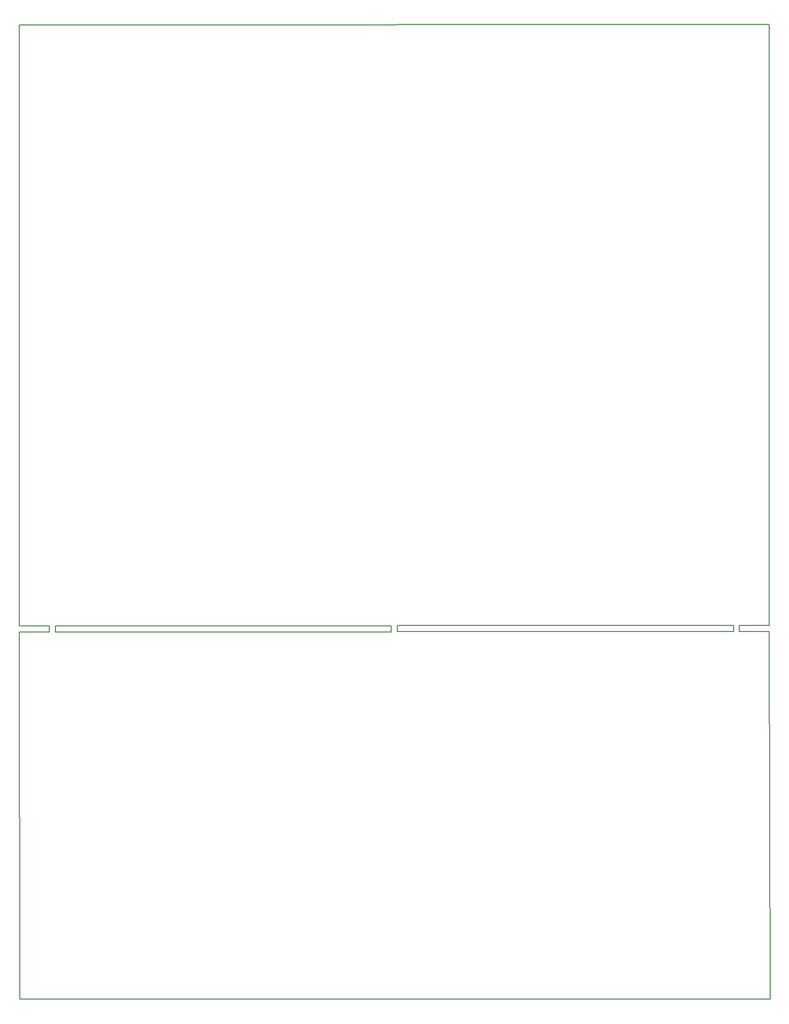
<source format=gbr>
G04 #@! TF.GenerationSoftware,KiCad,Pcbnew,5.1.7-a382d34a8~88~ubuntu20.04.1*
G04 #@! TF.CreationDate,2021-03-14T14:40:07-05:00*
G04 #@! TF.ProjectId,open-dash-daughterboard,6f70656e-2d64-4617-9368-2d6461756768,rev?*
G04 #@! TF.SameCoordinates,Original*
G04 #@! TF.FileFunction,Profile,NP*
%FSLAX46Y46*%
G04 Gerber Fmt 4.6, Leading zero omitted, Abs format (unit mm)*
G04 Created by KiCad (PCBNEW 5.1.7-a382d34a8~88~ubuntu20.04.1) date 2021-03-14 14:40:07*
%MOMM*%
%LPD*%
G01*
G04 APERTURE LIST*
G04 #@! TA.AperFunction,Profile*
%ADD10C,0.150000*%
G04 #@! TD*
G04 APERTURE END LIST*
D10*
X208160000Y-144720000D02*
X208160000Y-145720000D01*
X207160000Y-144720000D02*
X207160000Y-145720000D01*
X151160000Y-144710000D02*
X151160000Y-145710000D01*
X150150000Y-144760000D02*
X150150000Y-145760000D01*
X94150000Y-144750000D02*
X94150000Y-145750000D01*
X93150000Y-144750000D02*
X93150000Y-145750000D01*
X151160000Y-145710000D02*
X207160000Y-145720000D01*
X88150000Y-145750000D02*
X93150000Y-145750000D01*
X150150000Y-145760000D02*
X94150000Y-145750000D01*
X150150000Y-144760000D02*
X94150000Y-144750000D01*
X88150000Y-144750000D02*
X93150000Y-144750000D01*
X151160000Y-144710000D02*
X207160000Y-144720000D01*
X213160000Y-144720000D02*
X208160000Y-144720000D01*
X213160000Y-145720000D02*
X208160000Y-145720000D01*
X213270000Y-206890000D02*
X213160000Y-145720000D01*
X88260000Y-206920000D02*
X88150000Y-145750000D01*
X213270000Y-206890000D02*
X88260000Y-206920000D01*
X88150000Y-44650000D02*
X88150000Y-144750000D01*
X213160000Y-44620000D02*
X88150000Y-44650000D01*
X213160000Y-144720000D02*
X213160000Y-44620000D01*
M02*

</source>
